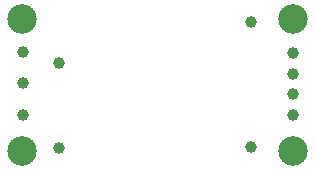
<source format=gbr>
G04 #@! TF.GenerationSoftware,KiCad,Pcbnew,(5.1.9)-1*
G04 #@! TF.CreationDate,2021-08-28T05:16:06+03:00*
G04 #@! TF.ProjectId,BANO3,42414e4f-332e-46b6-9963-61645f706362,0000*
G04 #@! TF.SameCoordinates,Original*
G04 #@! TF.FileFunction,Soldermask,Bot*
G04 #@! TF.FilePolarity,Negative*
%FSLAX46Y46*%
G04 Gerber Fmt 4.6, Leading zero omitted, Abs format (unit mm)*
G04 Created by KiCad (PCBNEW (5.1.9)-1) date 2021-08-28 05:16:06*
%MOMM*%
%LPD*%
G01*
G04 APERTURE LIST*
%ADD10C,1.000000*%
%ADD11C,2.500000*%
G04 APERTURE END LIST*
D10*
X1051610800Y-1000556800D03*
X1028750800Y-999617000D03*
X1028750800Y-1002258600D03*
X1028750800Y-997000600D03*
X1048105600Y-994435400D03*
X1031798800Y-997864400D03*
X1051610800Y-997077000D03*
X1051610800Y-1002309200D03*
X1051610800Y-998804200D03*
X1048105600Y-1005027200D03*
X1031798800Y-1005077800D03*
D11*
X1028725400Y-1005332000D03*
X1051610800Y-1005357400D03*
X1028725400Y-994156000D03*
X1051610800Y-994181400D03*
M02*

</source>
